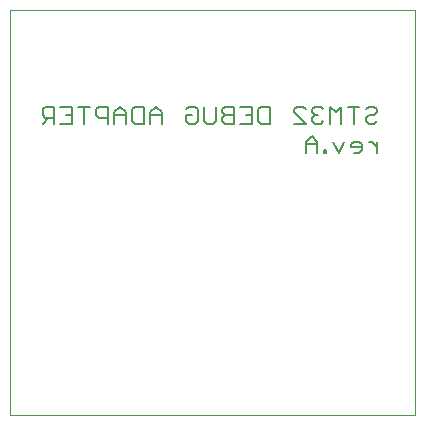
<source format=gbo>
G75*
%MOIN*%
%OFA0B0*%
%FSLAX25Y25*%
%IPPOS*%
%LPD*%
%AMOC8*
5,1,8,0,0,1.08239X$1,22.5*
%
%ADD10C,0.00000*%
%ADD11C,0.00700*%
D10*
X0014500Y0026300D02*
X0149500Y0026300D01*
X0149500Y0161300D01*
X0014500Y0161300D01*
X0014500Y0026300D01*
D11*
X0025298Y0123275D02*
X0027233Y0125210D01*
X0026265Y0125210D02*
X0029168Y0125210D01*
X0029168Y0123275D02*
X0029168Y0129080D01*
X0026265Y0129080D01*
X0025298Y0128112D01*
X0025298Y0126177D01*
X0026265Y0125210D01*
X0031283Y0123275D02*
X0035153Y0123275D01*
X0035153Y0129080D01*
X0031283Y0129080D01*
X0033218Y0126177D02*
X0035153Y0126177D01*
X0037268Y0129080D02*
X0041138Y0129080D01*
X0043253Y0128112D02*
X0043253Y0126177D01*
X0044221Y0125210D01*
X0047123Y0125210D01*
X0047123Y0123275D02*
X0047123Y0129080D01*
X0044221Y0129080D01*
X0043253Y0128112D01*
X0039203Y0129080D02*
X0039203Y0123275D01*
X0049238Y0123275D02*
X0049238Y0127145D01*
X0051173Y0129080D01*
X0053108Y0127145D01*
X0053108Y0123275D01*
X0055224Y0124242D02*
X0055224Y0128112D01*
X0056191Y0129080D01*
X0059094Y0129080D01*
X0059094Y0123275D01*
X0056191Y0123275D01*
X0055224Y0124242D01*
X0053108Y0126177D02*
X0049238Y0126177D01*
X0061209Y0126177D02*
X0065079Y0126177D01*
X0065079Y0127145D02*
X0063144Y0129080D01*
X0061209Y0127145D01*
X0061209Y0123275D01*
X0065079Y0123275D02*
X0065079Y0127145D01*
X0073179Y0128112D02*
X0074146Y0129080D01*
X0076081Y0129080D01*
X0077049Y0128112D01*
X0077049Y0124242D01*
X0076081Y0123275D01*
X0074146Y0123275D01*
X0073179Y0124242D01*
X0073179Y0126177D01*
X0075114Y0126177D01*
X0079164Y0124242D02*
X0080132Y0123275D01*
X0082066Y0123275D01*
X0083034Y0124242D01*
X0083034Y0129080D01*
X0085149Y0128112D02*
X0085149Y0127145D01*
X0086117Y0126177D01*
X0089019Y0126177D01*
X0089019Y0123275D02*
X0089019Y0129080D01*
X0086117Y0129080D01*
X0085149Y0128112D01*
X0086117Y0126177D02*
X0085149Y0125210D01*
X0085149Y0124242D01*
X0086117Y0123275D01*
X0089019Y0123275D01*
X0091134Y0123275D02*
X0095004Y0123275D01*
X0095004Y0129080D01*
X0091134Y0129080D01*
X0093069Y0126177D02*
X0095004Y0126177D01*
X0097119Y0124242D02*
X0098087Y0123275D01*
X0100989Y0123275D01*
X0100989Y0129080D01*
X0098087Y0129080D01*
X0097119Y0128112D01*
X0097119Y0124242D01*
X0109090Y0123275D02*
X0112960Y0123275D01*
X0109090Y0127145D01*
X0109090Y0128112D01*
X0110057Y0129080D01*
X0111992Y0129080D01*
X0112960Y0128112D01*
X0115075Y0128112D02*
X0115075Y0127145D01*
X0116042Y0126177D01*
X0115075Y0125210D01*
X0115075Y0124242D01*
X0116042Y0123275D01*
X0117977Y0123275D01*
X0118945Y0124242D01*
X0121060Y0123275D02*
X0121060Y0129080D01*
X0122995Y0127145D01*
X0124930Y0129080D01*
X0124930Y0123275D01*
X0128980Y0123275D02*
X0128980Y0129080D01*
X0130915Y0129080D02*
X0127045Y0129080D01*
X0133030Y0128112D02*
X0133998Y0129080D01*
X0135933Y0129080D01*
X0136900Y0128112D01*
X0136900Y0127145D01*
X0135933Y0126177D01*
X0133998Y0126177D01*
X0133030Y0125210D01*
X0133030Y0124242D01*
X0133998Y0123275D01*
X0135933Y0123275D01*
X0136900Y0124242D01*
X0136900Y0117395D02*
X0136900Y0113525D01*
X0136900Y0115460D02*
X0134965Y0117395D01*
X0133998Y0117395D01*
X0131912Y0116427D02*
X0131912Y0114492D01*
X0130945Y0113525D01*
X0129010Y0113525D01*
X0128042Y0115460D02*
X0131912Y0115460D01*
X0131912Y0116427D02*
X0130945Y0117395D01*
X0129010Y0117395D01*
X0128042Y0116427D01*
X0128042Y0115460D01*
X0125927Y0117395D02*
X0123992Y0113525D01*
X0122057Y0117395D01*
X0119942Y0114492D02*
X0118975Y0114492D01*
X0118975Y0113525D01*
X0119942Y0113525D01*
X0119942Y0114492D01*
X0116950Y0113525D02*
X0116950Y0117395D01*
X0115015Y0119330D01*
X0113080Y0117395D01*
X0113080Y0113525D01*
X0113080Y0116427D02*
X0116950Y0116427D01*
X0117010Y0126177D02*
X0116042Y0126177D01*
X0115075Y0128112D02*
X0116042Y0129080D01*
X0117977Y0129080D01*
X0118945Y0128112D01*
X0079164Y0129080D02*
X0079164Y0124242D01*
M02*

</source>
